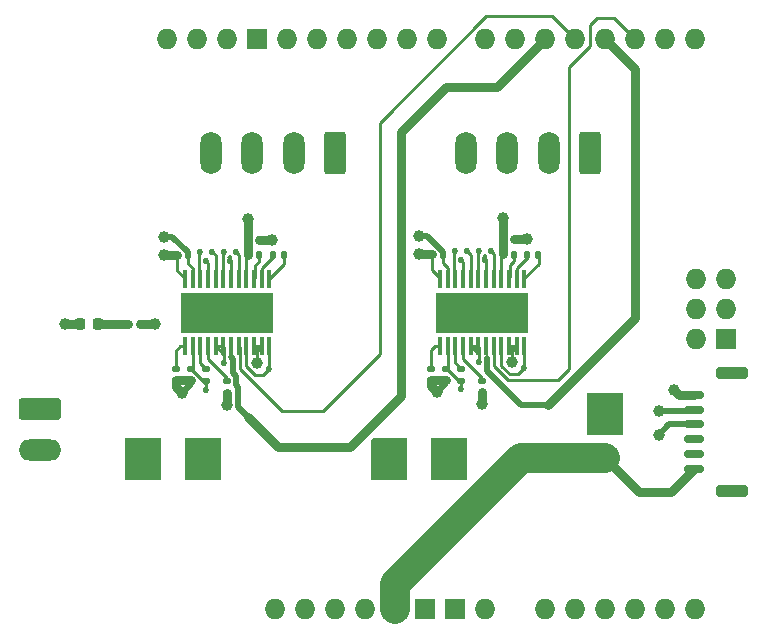
<source format=gbr>
%TF.GenerationSoftware,KiCad,Pcbnew,(7.0.0)*%
%TF.CreationDate,2023-03-01T19:42:45-06:00*%
%TF.ProjectId,TurretCtl,54757272-6574-4437-946c-2e6b69636164,rev?*%
%TF.SameCoordinates,Original*%
%TF.FileFunction,Copper,L1,Top*%
%TF.FilePolarity,Positive*%
%FSLAX46Y46*%
G04 Gerber Fmt 4.6, Leading zero omitted, Abs format (unit mm)*
G04 Created by KiCad (PCBNEW (7.0.0)) date 2023-03-01 19:42:45*
%MOMM*%
%LPD*%
G01*
G04 APERTURE LIST*
G04 Aperture macros list*
%AMRoundRect*
0 Rectangle with rounded corners*
0 $1 Rounding radius*
0 $2 $3 $4 $5 $6 $7 $8 $9 X,Y pos of 4 corners*
0 Add a 4 corners polygon primitive as box body*
4,1,4,$2,$3,$4,$5,$6,$7,$8,$9,$2,$3,0*
0 Add four circle primitives for the rounded corners*
1,1,$1+$1,$2,$3*
1,1,$1+$1,$4,$5*
1,1,$1+$1,$6,$7*
1,1,$1+$1,$8,$9*
0 Add four rect primitives between the rounded corners*
20,1,$1+$1,$2,$3,$4,$5,0*
20,1,$1+$1,$4,$5,$6,$7,0*
20,1,$1+$1,$6,$7,$8,$9,0*
20,1,$1+$1,$8,$9,$2,$3,0*%
G04 Aperture macros list end*
%TA.AperFunction,SMDPad,CuDef*%
%ADD10RoundRect,0.135000X0.185000X-0.135000X0.185000X0.135000X-0.185000X0.135000X-0.185000X-0.135000X0*%
%TD*%
%TA.AperFunction,SMDPad,CuDef*%
%ADD11RoundRect,0.140000X-0.170000X0.140000X-0.170000X-0.140000X0.170000X-0.140000X0.170000X0.140000X0*%
%TD*%
%TA.AperFunction,SMDPad,CuDef*%
%ADD12RoundRect,0.100000X-0.100000X0.687500X-0.100000X-0.687500X0.100000X-0.687500X0.100000X0.687500X0*%
%TD*%
%TA.AperFunction,HeatsinkPad*%
%ADD13R,7.800000X3.400000*%
%TD*%
%TA.AperFunction,ComponentPad*%
%ADD14RoundRect,0.250000X0.650000X1.550000X-0.650000X1.550000X-0.650000X-1.550000X0.650000X-1.550000X0*%
%TD*%
%TA.AperFunction,ComponentPad*%
%ADD15O,1.800000X3.600000*%
%TD*%
%TA.AperFunction,SMDPad,CuDef*%
%ADD16RoundRect,0.140000X-0.140000X-0.170000X0.140000X-0.170000X0.140000X0.170000X-0.140000X0.170000X0*%
%TD*%
%TA.AperFunction,ComponentPad*%
%ADD17C,1.600000*%
%TD*%
%TA.AperFunction,SMDPad,CuDef*%
%ADD18RoundRect,0.150000X0.700000X-0.150000X0.700000X0.150000X-0.700000X0.150000X-0.700000X-0.150000X0*%
%TD*%
%TA.AperFunction,SMDPad,CuDef*%
%ADD19RoundRect,0.250000X1.100000X-0.250000X1.100000X0.250000X-1.100000X0.250000X-1.100000X-0.250000X0*%
%TD*%
%TA.AperFunction,ComponentPad*%
%ADD20RoundRect,0.250000X-1.550000X0.650000X-1.550000X-0.650000X1.550000X-0.650000X1.550000X0.650000X0*%
%TD*%
%TA.AperFunction,ComponentPad*%
%ADD21O,3.600000X1.800000*%
%TD*%
%TA.AperFunction,SMDPad,CuDef*%
%ADD22RoundRect,0.135000X-0.185000X0.135000X-0.185000X-0.135000X0.185000X-0.135000X0.185000X0.135000X0*%
%TD*%
%TA.AperFunction,SMDPad,CuDef*%
%ADD23RoundRect,0.218750X0.218750X0.256250X-0.218750X0.256250X-0.218750X-0.256250X0.218750X-0.256250X0*%
%TD*%
%TA.AperFunction,SMDPad,CuDef*%
%ADD24RoundRect,0.140000X0.140000X0.170000X-0.140000X0.170000X-0.140000X-0.170000X0.140000X-0.170000X0*%
%TD*%
%TA.AperFunction,SMDPad,CuDef*%
%ADD25RoundRect,0.135000X-0.135000X-0.185000X0.135000X-0.185000X0.135000X0.185000X-0.135000X0.185000X0*%
%TD*%
%TA.AperFunction,ComponentPad*%
%ADD26O,1.727200X1.727200*%
%TD*%
%TA.AperFunction,ComponentPad*%
%ADD27R,1.727200X1.727200*%
%TD*%
%TA.AperFunction,ViaPad*%
%ADD28C,1.000000*%
%TD*%
%TA.AperFunction,ViaPad*%
%ADD29C,0.530000*%
%TD*%
%TA.AperFunction,Conductor*%
%ADD30C,0.254000*%
%TD*%
%TA.AperFunction,Conductor*%
%ADD31C,0.508000*%
%TD*%
%TA.AperFunction,Conductor*%
%ADD32C,0.762000*%
%TD*%
%TA.AperFunction,Conductor*%
%ADD33C,2.540000*%
%TD*%
G04 APERTURE END LIST*
D10*
%TO.P,R3,1*%
%TO.N,/Stepper2/DVDD*%
X119888000Y-92456000D03*
%TO.P,R3,2*%
%TO.N,/Stepper2/nFAULT*%
X119888000Y-91436000D03*
%TD*%
D11*
%TO.P,C13,1*%
%TO.N,/Stepper2/DVDD*%
X118618000Y-91468000D03*
%TO.P,C13,2*%
%TO.N,GND*%
X118618000Y-92428000D03*
%TD*%
D12*
%TO.P,U2,1,CPL*%
%TO.N,/Stepper1/CPL*%
X103670000Y-83820000D03*
%TO.P,U2,2,CPH*%
%TO.N,/Stepper1/CPH*%
X103020000Y-83820000D03*
%TO.P,U2,3,VCP*%
%TO.N,/Stepper1/VCP*%
X102370000Y-83820000D03*
%TO.P,U2,4,VM*%
%TO.N,+12V*%
X101720000Y-83820000D03*
%TO.P,U2,5,AOUT1*%
%TO.N,S1_AOUT1*%
X101070000Y-83820000D03*
%TO.P,U2,6,PGND*%
%TO.N,GND*%
X100420000Y-83820000D03*
%TO.P,U2,7,AOUT2*%
%TO.N,S1_AOUT2*%
X99770000Y-83820000D03*
%TO.P,U2,8,BOUT2*%
%TO.N,S1_BOUT2*%
X99120000Y-83820000D03*
%TO.P,U2,9,PGND*%
%TO.N,GND*%
X98470000Y-83820000D03*
%TO.P,U2,10,BOUT1*%
%TO.N,S1_BOUT1*%
X97820000Y-83820000D03*
%TO.P,U2,11,VM*%
%TO.N,+12V*%
X97170000Y-83820000D03*
%TO.P,U2,12,GND*%
%TO.N,GND*%
X96520000Y-83820000D03*
%TO.P,U2,13,AVDD*%
%TO.N,/Stepper1/AVDD*%
X96520000Y-89545000D03*
%TO.P,U2,14,DVDD*%
%TO.N,/Stepper1/DVDD*%
X97170000Y-89545000D03*
%TO.P,U2,15,nFAULT*%
%TO.N,/Stepper1/nFAULT*%
X97820000Y-89545000D03*
%TO.P,U2,16,RREF*%
%TO.N,/Stepper1/RREF*%
X98470000Y-89545000D03*
%TO.P,U2,17,nSLEEP*%
%TO.N,/Stepper1/DVDD*%
X99120000Y-89545000D03*
%TO.P,U2,18,ENABLE*%
X99770000Y-89545000D03*
%TO.P,U2,19,STEP*%
%TO.N,S1_STEP*%
X100420000Y-89545000D03*
%TO.P,U2,20,DIR*%
%TO.N,S1_DIR*%
X101070000Y-89545000D03*
%TO.P,U2,21,M0*%
%TO.N,/Stepper1/DVDD*%
X101720000Y-89545000D03*
%TO.P,U2,22,M1*%
%TO.N,GND*%
X102370000Y-89545000D03*
%TO.P,U2,23,TRQ*%
X103020000Y-89545000D03*
%TO.P,U2,24,DECAY*%
%TO.N,/Stepper1/DVDD*%
X103670000Y-89545000D03*
D13*
%TO.P,U2,25*%
%TO.N,GND*%
X100094999Y-86682499D03*
%TD*%
D14*
%TO.P,J3,1,Pin_1*%
%TO.N,S2_AOUT1*%
X130810000Y-73152000D03*
D15*
%TO.P,J3,2,Pin_2*%
%TO.N,S2_AOUT2*%
X127309999Y-73151999D03*
%TO.P,J3,3,Pin_3*%
%TO.N,S2_BOUT2*%
X123809999Y-73151999D03*
%TO.P,J3,4,Pin_4*%
%TO.N,S2_BOUT1*%
X120309999Y-73151999D03*
%TD*%
D16*
%TO.P,C6,1*%
%TO.N,+12V*%
X101854000Y-80518000D03*
%TO.P,C6,2*%
%TO.N,GND*%
X102814000Y-80518000D03*
%TD*%
D17*
%TO.P,C7,1*%
%TO.N,+12V*%
X113872000Y-99060000D03*
%TO.P,C7,2*%
%TO.N,GND*%
X118872000Y-99060000D03*
%TD*%
D11*
%TO.P,C14,1*%
%TO.N,/Stepper2/AVDD*%
X117348000Y-91440000D03*
%TO.P,C14,2*%
%TO.N,GND*%
X117348000Y-92400000D03*
%TD*%
D10*
%TO.P,R2,1*%
%TO.N,/Stepper1/DVDD*%
X98298000Y-92460000D03*
%TO.P,R2,2*%
%TO.N,/Stepper1/nFAULT*%
X98298000Y-91440000D03*
%TD*%
D16*
%TO.P,C1,1*%
%TO.N,/Stepper2/CPH*%
X125476000Y-81788000D03*
%TO.P,C1,2*%
%TO.N,/Stepper2/CPL*%
X126436000Y-81788000D03*
%TD*%
%TO.P,C3,1*%
%TO.N,/Stepper1/CPH*%
X103942000Y-81788000D03*
%TO.P,C3,2*%
%TO.N,/Stepper1/CPL*%
X104902000Y-81788000D03*
%TD*%
D17*
%TO.P,C12,1*%
%TO.N,+12V*%
X93020000Y-99060000D03*
%TO.P,C12,2*%
%TO.N,GND*%
X98020000Y-99060000D03*
%TD*%
D16*
%TO.P,C11,1*%
%TO.N,+12V*%
X123472000Y-80518000D03*
%TO.P,C11,2*%
%TO.N,GND*%
X124432000Y-80518000D03*
%TD*%
D18*
%TO.P,J1,1,Pin_1*%
%TO.N,+5V*%
X139628000Y-99899000D03*
%TO.P,J1,2,Pin_2*%
%TO.N,unconnected-(J1-Pin_2-Pad2)*%
X139628000Y-98649000D03*
%TO.P,J1,3,Pin_3*%
%TO.N,unconnected-(J1-Pin_3-Pad3)*%
X139628000Y-97399000D03*
%TO.P,J1,4,Pin_4*%
%TO.N,SCL*%
X139628000Y-96149000D03*
%TO.P,J1,5,Pin_5*%
%TO.N,SDA*%
X139628000Y-94899000D03*
%TO.P,J1,6,Pin_6*%
%TO.N,GND*%
X139628000Y-93649000D03*
D19*
%TO.P,J1,MP*%
%TO.N,N/C*%
X142828000Y-101749000D03*
X142828000Y-91799000D03*
%TD*%
D20*
%TO.P,J4,1,Pin_1*%
%TO.N,GND*%
X84212500Y-94825000D03*
D21*
%TO.P,J4,2,Pin_2*%
%TO.N,+12V*%
X84212499Y-98324999D03*
%TD*%
D12*
%TO.P,U1,1,CPL*%
%TO.N,/Stepper2/CPL*%
X125260000Y-83820000D03*
%TO.P,U1,2,CPH*%
%TO.N,/Stepper2/CPH*%
X124610000Y-83820000D03*
%TO.P,U1,3,VCP*%
%TO.N,/Stepper2/VCP*%
X123960000Y-83820000D03*
%TO.P,U1,4,VM*%
%TO.N,+12V*%
X123310000Y-83820000D03*
%TO.P,U1,5,AOUT1*%
%TO.N,S2_AOUT1*%
X122660000Y-83820000D03*
%TO.P,U1,6,PGND*%
%TO.N,GND*%
X122010000Y-83820000D03*
%TO.P,U1,7,AOUT2*%
%TO.N,S2_AOUT2*%
X121360000Y-83820000D03*
%TO.P,U1,8,BOUT2*%
%TO.N,S2_BOUT2*%
X120710000Y-83820000D03*
%TO.P,U1,9,PGND*%
%TO.N,GND*%
X120060000Y-83820000D03*
%TO.P,U1,10,BOUT1*%
%TO.N,S2_BOUT1*%
X119410000Y-83820000D03*
%TO.P,U1,11,VM*%
%TO.N,+12V*%
X118760000Y-83820000D03*
%TO.P,U1,12,GND*%
%TO.N,GND*%
X118110000Y-83820000D03*
%TO.P,U1,13,AVDD*%
%TO.N,/Stepper2/AVDD*%
X118110000Y-89545000D03*
%TO.P,U1,14,DVDD*%
%TO.N,/Stepper2/DVDD*%
X118760000Y-89545000D03*
%TO.P,U1,15,nFAULT*%
%TO.N,/Stepper2/nFAULT*%
X119410000Y-89545000D03*
%TO.P,U1,16,RREF*%
%TO.N,/Stepper2/RREF*%
X120060000Y-89545000D03*
%TO.P,U1,17,nSLEEP*%
%TO.N,/Stepper2/DVDD*%
X120710000Y-89545000D03*
%TO.P,U1,18,ENABLE*%
X121360000Y-89545000D03*
%TO.P,U1,19,STEP*%
%TO.N,S2_STEP*%
X122010000Y-89545000D03*
%TO.P,U1,20,DIR*%
%TO.N,S2_DIR*%
X122660000Y-89545000D03*
%TO.P,U1,21,M0*%
%TO.N,/Stepper2/DVDD*%
X123310000Y-89545000D03*
%TO.P,U1,22,M1*%
%TO.N,GND*%
X123960000Y-89545000D03*
%TO.P,U1,23,TRQ*%
X124610000Y-89545000D03*
%TO.P,U1,24,DECAY*%
%TO.N,/Stepper2/DVDD*%
X125260000Y-89545000D03*
D13*
%TO.P,U1,25*%
%TO.N,GND*%
X121684999Y-86682499D03*
%TD*%
D22*
%TO.P,R4,1*%
%TO.N,/Stepper2/RREF*%
X121666000Y-92454000D03*
%TO.P,R4,2*%
%TO.N,GND*%
X121666000Y-93474000D03*
%TD*%
D16*
%TO.P,C4,1*%
%TO.N,+12V*%
X101854000Y-81788000D03*
%TO.P,C4,2*%
%TO.N,/Stepper1/VCP*%
X102814000Y-81788000D03*
%TD*%
D23*
%TO.P,D1,1,K*%
%TO.N,Net-(D1-K)*%
X89205000Y-87630000D03*
%TO.P,D1,2,A*%
%TO.N,+12V*%
X87630000Y-87630000D03*
%TD*%
D24*
%TO.P,C10,1*%
%TO.N,+12V*%
X118364000Y-81788000D03*
%TO.P,C10,2*%
%TO.N,GND*%
X117404000Y-81788000D03*
%TD*%
D11*
%TO.P,C8,1*%
%TO.N,/Stepper1/DVDD*%
X97028000Y-91440000D03*
%TO.P,C8,2*%
%TO.N,GND*%
X97028000Y-92400000D03*
%TD*%
D25*
%TO.P,R5,1*%
%TO.N,Net-(D1-K)*%
X91690000Y-87630000D03*
%TO.P,R5,2*%
%TO.N,GND*%
X92710000Y-87630000D03*
%TD*%
D22*
%TO.P,R1,1*%
%TO.N,/Stepper1/RREF*%
X100076000Y-92456000D03*
%TO.P,R1,2*%
%TO.N,GND*%
X100076000Y-93476000D03*
%TD*%
D17*
%TO.P,C15,1*%
%TO.N,+5V*%
X132080000Y-98980000D03*
%TO.P,C15,2*%
%TO.N,GND*%
X132080000Y-95480000D03*
%TD*%
D24*
%TO.P,C5,1*%
%TO.N,+12V*%
X96774000Y-81788000D03*
%TO.P,C5,2*%
%TO.N,GND*%
X95814000Y-81788000D03*
%TD*%
D14*
%TO.P,J2,1,Pin_1*%
%TO.N,S1_AOUT1*%
X109220000Y-73152000D03*
D15*
%TO.P,J2,2,Pin_2*%
%TO.N,S1_AOUT2*%
X105719999Y-73151999D03*
%TO.P,J2,3,Pin_3*%
%TO.N,S1_BOUT2*%
X102219999Y-73151999D03*
%TO.P,J2,4,Pin_4*%
%TO.N,S1_BOUT1*%
X98719999Y-73151999D03*
%TD*%
D16*
%TO.P,C2,1*%
%TO.N,+12V*%
X123444000Y-81788000D03*
%TO.P,C2,2*%
%TO.N,/Stepper2/VCP*%
X124404000Y-81788000D03*
%TD*%
D26*
%TO.P,XA1,*%
%TO.N,*%
X104139999Y-111759999D03*
%TO.P,XA1,3V3,3.3V*%
%TO.N,unconnected-(XA1-3.3V-Pad3V3)*%
X111759999Y-111759999D03*
%TO.P,XA1,5V1,5V*%
%TO.N,+5V*%
X114299999Y-111759999D03*
%TO.P,XA1,5V2,SPI_5V*%
%TO.N,unconnected-(XA1-SPI_5V-Pad5V2)*%
X142366999Y-83819999D03*
%TO.P,XA1,A0,A0*%
%TO.N,unconnected-(XA1-PadA0)*%
X126999999Y-111759999D03*
%TO.P,XA1,A1,A1*%
%TO.N,unconnected-(XA1-PadA1)*%
X129539999Y-111759999D03*
%TO.P,XA1,A2,A2*%
%TO.N,unconnected-(XA1-PadA2)*%
X132079999Y-111759999D03*
%TO.P,XA1,A3,A3*%
%TO.N,unconnected-(XA1-PadA3)*%
X134619999Y-111759999D03*
%TO.P,XA1,A4,A4*%
%TO.N,unconnected-(XA1-PadA4)*%
X137159999Y-111759999D03*
%TO.P,XA1,A5,A5*%
%TO.N,unconnected-(XA1-PadA5)*%
X139699999Y-111759999D03*
%TO.P,XA1,AREF,AREF*%
%TO.N,unconnected-(XA1-PadAREF)*%
X100075999Y-63499999D03*
%TO.P,XA1,D0,D0_RX0*%
%TO.N,unconnected-(XA1-D0_RX0-PadD0)*%
X139699999Y-63499999D03*
%TO.P,XA1,D1,D1_TX0*%
%TO.N,unconnected-(XA1-D1_TX0-PadD1)*%
X137159999Y-63499999D03*
%TO.P,XA1,D2,D2_INT0*%
%TO.N,S2_DIR*%
X134619999Y-63499999D03*
%TO.P,XA1,D3,D3_INT1*%
%TO.N,S2_STEP*%
X132079999Y-63499999D03*
%TO.P,XA1,D4,D4*%
%TO.N,S1_DIR*%
X129539999Y-63499999D03*
%TO.P,XA1,D5,D5*%
%TO.N,S1_STEP*%
X126999999Y-63499999D03*
%TO.P,XA1,D6,D6*%
%TO.N,unconnected-(XA1-PadD6)*%
X124459999Y-63499999D03*
%TO.P,XA1,D7,D7*%
%TO.N,unconnected-(XA1-PadD7)*%
X121919999Y-63499999D03*
%TO.P,XA1,D8,D8*%
%TO.N,unconnected-(XA1-PadD8)*%
X117855999Y-63499999D03*
%TO.P,XA1,D9,D9*%
%TO.N,unconnected-(XA1-PadD9)*%
X115315999Y-63499999D03*
%TO.P,XA1,D10,D10_CS*%
%TO.N,unconnected-(XA1-D10_CS-PadD10)*%
X112775999Y-63499999D03*
%TO.P,XA1,D11,D11*%
%TO.N,unconnected-(XA1-PadD11)*%
X110235999Y-63499999D03*
%TO.P,XA1,D12,D12*%
%TO.N,unconnected-(XA1-PadD12)*%
X107695999Y-63499999D03*
%TO.P,XA1,D13,D13*%
%TO.N,unconnected-(XA1-PadD13)*%
X105155999Y-63499999D03*
D27*
%TO.P,XA1,GND1,GND*%
%TO.N,GND*%
X102615999Y-63499999D03*
%TO.P,XA1,GND2,GND*%
X116839999Y-111759999D03*
%TO.P,XA1,GND3,GND*%
X119379999Y-111759999D03*
%TO.P,XA1,GND4,SPI_GND*%
%TO.N,unconnected-(XA1-SPI_GND-PadGND4)*%
X142366999Y-88899999D03*
D26*
%TO.P,XA1,IORF,IOREF*%
%TO.N,unconnected-(XA1-IOREF-PadIORF)*%
X106679999Y-111759999D03*
%TO.P,XA1,MISO,SPI_MISO*%
%TO.N,unconnected-(XA1-SPI_MISO-PadMISO)*%
X139826999Y-83819999D03*
%TO.P,XA1,MOSI,SPI_MOSI*%
%TO.N,unconnected-(XA1-SPI_MOSI-PadMOSI)*%
X142366999Y-86359999D03*
%TO.P,XA1,RST1,RESET*%
%TO.N,unconnected-(XA1-RESET-PadRST1)*%
X109219999Y-111759999D03*
%TO.P,XA1,RST2,SPI_RESET*%
%TO.N,unconnected-(XA1-SPI_RESET-PadRST2)*%
X139826999Y-88899999D03*
%TO.P,XA1,SCK,SPI_SCK*%
%TO.N,unconnected-(XA1-SPI_SCK-PadSCK)*%
X139826999Y-86359999D03*
%TO.P,XA1,SCL,SCL*%
%TO.N,SCL*%
X94995999Y-63499999D03*
%TO.P,XA1,SDA,SDA*%
%TO.N,SDA*%
X97535999Y-63499999D03*
%TO.P,XA1,VIN,VIN*%
%TO.N,+12V*%
X121919999Y-111759999D03*
%TD*%
D11*
%TO.P,C9,1*%
%TO.N,/Stepper1/AVDD*%
X95758000Y-91440000D03*
%TO.P,C9,2*%
%TO.N,GND*%
X95758000Y-92400000D03*
%TD*%
D28*
%TO.N,+12V*%
X112776000Y-97790000D03*
X112776000Y-100330000D03*
X114808000Y-100330000D03*
X91948000Y-100330000D03*
X101854000Y-78740000D03*
X91948000Y-97790000D03*
X93980000Y-100330000D03*
X123444000Y-78702000D03*
X94742000Y-80264000D03*
X114808000Y-97790000D03*
X86360000Y-87630000D03*
X93980000Y-97790000D03*
X116332000Y-80226000D03*
D29*
%TO.N,GND*%
X119888000Y-82258000D03*
D28*
X124460000Y-87376000D03*
X119888000Y-100330000D03*
X102870000Y-87376000D03*
X125476000Y-80480000D03*
X117856000Y-93434000D03*
X133096000Y-96520000D03*
X96266000Y-93472000D03*
X121666000Y-94450000D03*
X94742000Y-81788000D03*
X117856000Y-100330000D03*
X124460000Y-85852000D03*
X97282000Y-87376000D03*
X102616000Y-90932000D03*
X116332000Y-81750000D03*
X137922000Y-93218000D03*
D29*
X100330000Y-82296000D03*
D28*
X103886000Y-80518000D03*
X93980000Y-87630000D03*
X100076000Y-94488000D03*
X131064000Y-93980000D03*
X97028000Y-100330000D03*
X133096000Y-93980000D03*
X119888000Y-97790000D03*
X118872000Y-85852000D03*
X117856000Y-97790000D03*
X99060000Y-100330000D03*
X124206000Y-90894000D03*
X131064000Y-96520000D03*
X102870000Y-85852000D03*
X99060000Y-97790000D03*
D29*
X98298000Y-82296000D03*
D28*
X118872000Y-87376000D03*
X97282000Y-85852000D03*
X97028000Y-97790000D03*
D29*
X121920000Y-82258000D03*
%TO.N,/Stepper1/DVDD*%
X99822000Y-90932000D03*
X103632000Y-91440000D03*
X98298000Y-93218000D03*
%TO.N,/Stepper2/DVDD*%
X125222000Y-91402000D03*
X121412000Y-90894000D03*
X119888000Y-93180000D03*
D28*
%TO.N,SCL*%
X136652000Y-97028000D03*
%TO.N,SDA*%
X136652000Y-94996000D03*
D29*
%TO.N,S1_AOUT1*%
X100838000Y-81534000D03*
%TO.N,S1_AOUT2*%
X99822000Y-81534000D03*
%TO.N,S1_BOUT2*%
X98806000Y-81534000D03*
%TO.N,S1_BOUT1*%
X97790000Y-81534000D03*
%TO.N,S2_AOUT1*%
X122428000Y-81496000D03*
%TO.N,S2_AOUT2*%
X121412000Y-81496000D03*
%TO.N,S2_BOUT2*%
X120396000Y-81496000D03*
%TO.N,S2_BOUT1*%
X119380000Y-81496000D03*
%TD*%
D30*
%TO.N,/Stepper2/CPH*%
X124610000Y-82870000D02*
X125532000Y-81948000D01*
X124610000Y-83782000D02*
X124610000Y-82870000D01*
X125532000Y-81948000D02*
X125532000Y-81750000D01*
%TO.N,/Stepper2/CPL*%
X126492000Y-82550000D02*
X126492000Y-81750000D01*
X125260000Y-83782000D02*
X126492000Y-82550000D01*
D31*
%TO.N,+12V*%
X96774000Y-81567132D02*
X95470868Y-80264000D01*
D30*
X123310000Y-83782000D02*
X123310000Y-81884000D01*
D31*
X118364000Y-81529132D02*
X117060868Y-80226000D01*
D30*
X118364000Y-82512000D02*
X118364000Y-81750000D01*
X101720000Y-83820000D02*
X101720000Y-81922000D01*
D32*
X101854000Y-80518000D02*
X101854000Y-78740000D01*
X123444000Y-80480000D02*
X123444000Y-78702000D01*
X87630000Y-87630000D02*
X86360000Y-87630000D01*
D31*
X118364000Y-81750000D02*
X118364000Y-81529132D01*
D30*
X118760000Y-83782000D02*
X118760000Y-82908000D01*
D32*
X101854000Y-81788000D02*
X101854000Y-80518000D01*
D30*
X101720000Y-81922000D02*
X101854000Y-81788000D01*
X123310000Y-81884000D02*
X123444000Y-81750000D01*
D31*
X96774000Y-81788000D02*
X96774000Y-81567132D01*
D30*
X97170000Y-82946000D02*
X96774000Y-82550000D01*
D31*
X95470868Y-80264000D02*
X94742000Y-80264000D01*
X117060868Y-80226000D02*
X116332000Y-80226000D01*
D32*
X123444000Y-81750000D02*
X123444000Y-80480000D01*
D30*
X118760000Y-82908000D02*
X118364000Y-82512000D01*
X97170000Y-83820000D02*
X97170000Y-82946000D01*
X96774000Y-82550000D02*
X96774000Y-81788000D01*
%TO.N,/Stepper2/VCP*%
X123960000Y-83782000D02*
X124051000Y-83691000D01*
X124051000Y-83691000D02*
X124051000Y-82667000D01*
X124051000Y-82667000D02*
X124404000Y-82314000D01*
X124404000Y-82314000D02*
X124404000Y-81750000D01*
%TO.N,/Stepper1/CPH*%
X103020000Y-83820000D02*
X103020000Y-82908000D01*
X103942000Y-81986000D02*
X103942000Y-81788000D01*
X103020000Y-82908000D02*
X103942000Y-81986000D01*
%TO.N,/Stepper1/CPL*%
X103670000Y-83820000D02*
X104902000Y-82588000D01*
X104902000Y-82588000D02*
X104902000Y-81788000D01*
%TO.N,/Stepper1/VCP*%
X102370000Y-83820000D02*
X102461000Y-83729000D01*
X102461000Y-82705000D02*
X102814000Y-82352000D01*
X102461000Y-83729000D02*
X102461000Y-82705000D01*
X102814000Y-82352000D02*
X102814000Y-81788000D01*
%TO.N,GND*%
X102616000Y-90932000D02*
X102616000Y-89949000D01*
D32*
X117348000Y-92362000D02*
X117348000Y-92926000D01*
X100076000Y-93476000D02*
X100076000Y-94488000D01*
D30*
X102370000Y-89545000D02*
X103020000Y-89545000D01*
X102616000Y-89949000D02*
X103020000Y-89545000D01*
X124206000Y-90894000D02*
X124206000Y-89911000D01*
D32*
X96997174Y-92400000D02*
X97012587Y-92415413D01*
X139628000Y-93649000D02*
X138353000Y-93649000D01*
X121666000Y-93438000D02*
X121666000Y-94450000D01*
D30*
X100420000Y-82386000D02*
X100330000Y-82296000D01*
D31*
X118618000Y-92362000D02*
X118618000Y-92672000D01*
D30*
X120060000Y-83782000D02*
X120060000Y-82430000D01*
X118110000Y-83782000D02*
X117404000Y-83076000D01*
D32*
X92710000Y-87630000D02*
X93980000Y-87630000D01*
D30*
X100330000Y-81863215D02*
X100192000Y-82001215D01*
X102616000Y-90932000D02*
X102616000Y-89791000D01*
D32*
X95758000Y-92400000D02*
X95758000Y-92964000D01*
X95758000Y-92400000D02*
X96997174Y-92400000D01*
D30*
X98470000Y-82468000D02*
X98298000Y-82296000D01*
X124206000Y-89753000D02*
X123960000Y-89507000D01*
X117404000Y-83076000D02*
X117404000Y-81750000D01*
X120060000Y-82430000D02*
X119888000Y-82258000D01*
X122010000Y-82348000D02*
X121920000Y-82258000D01*
D32*
X103886000Y-80518000D02*
X102816000Y-80518000D01*
D31*
X97028000Y-92400000D02*
X97028000Y-92710000D01*
D30*
X100330000Y-82296000D02*
X100330000Y-81863215D01*
D31*
X118618000Y-92672000D02*
X117856000Y-93434000D01*
D32*
X125476000Y-80480000D02*
X124406000Y-80480000D01*
X138353000Y-93649000D02*
X137922000Y-93218000D01*
D30*
X98470000Y-83820000D02*
X98470000Y-82468000D01*
X100420000Y-83820000D02*
X100420000Y-82386000D01*
X96520000Y-83820000D02*
X95814000Y-83114000D01*
D32*
X117348000Y-92362000D02*
X118587174Y-92362000D01*
D30*
X121920000Y-81825215D02*
X121782000Y-81963215D01*
D32*
X118587174Y-92362000D02*
X118602587Y-92377413D01*
D30*
X124206000Y-89911000D02*
X124610000Y-89507000D01*
X123960000Y-89507000D02*
X124610000Y-89507000D01*
D32*
X95758000Y-92964000D02*
X96266000Y-93472000D01*
D30*
X102616000Y-89791000D02*
X102370000Y-89545000D01*
D32*
X94742000Y-81788000D02*
X95814000Y-81788000D01*
D30*
X124206000Y-90894000D02*
X124206000Y-89753000D01*
D31*
X97028000Y-92710000D02*
X96266000Y-93472000D01*
D30*
X122010000Y-83782000D02*
X122010000Y-82348000D01*
X95814000Y-83114000D02*
X95814000Y-81788000D01*
X121920000Y-82258000D02*
X121920000Y-81825215D01*
D32*
X117348000Y-92926000D02*
X117856000Y-93434000D01*
X116332000Y-81750000D02*
X117404000Y-81750000D01*
D30*
%TO.N,/Stepper1/DVDD*%
X99120000Y-89545000D02*
X99770000Y-89545000D01*
X99822000Y-90932000D02*
X99822000Y-90247000D01*
X101720000Y-91205555D02*
X102462445Y-91948000D01*
X97170000Y-89545000D02*
X97170000Y-91298000D01*
X102462445Y-91948000D02*
X103124000Y-91948000D01*
X103632000Y-91440000D02*
X103632000Y-89583000D01*
X97170000Y-91298000D02*
X97028000Y-91440000D01*
X99822000Y-90247000D02*
X99120000Y-89545000D01*
X98298000Y-93218000D02*
X98298000Y-92699562D01*
X98298000Y-92699562D02*
X97038438Y-91440000D01*
X98298000Y-92460000D02*
X98298000Y-93218000D01*
X103632000Y-89583000D02*
X103670000Y-89545000D01*
X97038438Y-91440000D02*
X97028000Y-91440000D01*
X101720000Y-89545000D02*
X101720000Y-91205555D01*
X103124000Y-91948000D02*
X103632000Y-91440000D01*
X99822000Y-90932000D02*
X99822000Y-89597000D01*
X99822000Y-89597000D02*
X99770000Y-89545000D01*
%TO.N,/Stepper1/AVDD*%
X96520000Y-89545000D02*
X96129000Y-89545000D01*
X95758000Y-89916000D02*
X95758000Y-91440000D01*
X96129000Y-89545000D02*
X95758000Y-89916000D01*
%TO.N,/Stepper2/DVDD*%
X119888000Y-92661562D02*
X118628438Y-91402000D01*
X124714000Y-91910000D02*
X125222000Y-91402000D01*
X125222000Y-89545000D02*
X125260000Y-89507000D01*
X121412000Y-90209000D02*
X120710000Y-89507000D01*
X123310000Y-89507000D02*
X123310000Y-91167555D01*
X121412000Y-90894000D02*
X121412000Y-89559000D01*
X125222000Y-91402000D02*
X125222000Y-89545000D01*
X124052445Y-91910000D02*
X124714000Y-91910000D01*
X120710000Y-89507000D02*
X121360000Y-89507000D01*
X118760000Y-89507000D02*
X118760000Y-91260000D01*
X123310000Y-91167555D02*
X124052445Y-91910000D01*
X121412000Y-90894000D02*
X121412000Y-90209000D01*
X119888000Y-93180000D02*
X119888000Y-92661562D01*
X121412000Y-89559000D02*
X121360000Y-89507000D01*
X118628438Y-91402000D02*
X118618000Y-91402000D01*
X119888000Y-92422000D02*
X119888000Y-93180000D01*
X118760000Y-91260000D02*
X118618000Y-91402000D01*
%TO.N,/Stepper2/AVDD*%
X117719000Y-89507000D02*
X117348000Y-89878000D01*
X118110000Y-89507000D02*
X117719000Y-89507000D01*
X117348000Y-89878000D02*
X117348000Y-91402000D01*
D33*
%TO.N,+5V*%
X114300000Y-111760000D02*
X114300000Y-109632800D01*
X114300000Y-109632800D02*
X124952800Y-98980000D01*
X124952800Y-98980000D02*
X132080000Y-98980000D01*
D32*
X137673000Y-101854000D02*
X139628000Y-99899000D01*
X134954000Y-101854000D02*
X137673000Y-101854000D01*
X132080000Y-98980000D02*
X134954000Y-101854000D01*
D31*
%TO.N,SCL*%
X137531000Y-96149000D02*
X139628000Y-96149000D01*
X136652000Y-97028000D02*
X137531000Y-96149000D01*
%TO.N,SDA*%
X139531000Y-94996000D02*
X139628000Y-94899000D01*
X136652000Y-94996000D02*
X139531000Y-94996000D01*
D30*
%TO.N,S1_AOUT1*%
X101070000Y-81766000D02*
X100838000Y-81534000D01*
X101070000Y-83820000D02*
X101070000Y-81766000D01*
%TO.N,S1_AOUT2*%
X99738000Y-81618000D02*
X99822000Y-81534000D01*
X99770000Y-83820000D02*
X99738000Y-83788000D01*
X99738000Y-83788000D02*
X99738000Y-81618000D01*
%TO.N,S1_BOUT2*%
X99120000Y-81848000D02*
X98806000Y-81534000D01*
X99120000Y-83820000D02*
X99120000Y-81848000D01*
%TO.N,S1_BOUT1*%
X97820000Y-83820000D02*
X97706000Y-83706000D01*
X97706000Y-83706000D02*
X97706000Y-81618000D01*
X97706000Y-81618000D02*
X97790000Y-81534000D01*
%TO.N,S2_AOUT1*%
X122660000Y-83782000D02*
X122660000Y-81728000D01*
X122660000Y-81728000D02*
X122428000Y-81496000D01*
%TO.N,S2_AOUT2*%
X121328000Y-81580000D02*
X121412000Y-81496000D01*
X121328000Y-83750000D02*
X121328000Y-81580000D01*
X121360000Y-83782000D02*
X121328000Y-83750000D01*
%TO.N,S2_BOUT2*%
X120710000Y-83782000D02*
X120710000Y-81810000D01*
X120710000Y-81810000D02*
X120396000Y-81496000D01*
%TO.N,S2_BOUT1*%
X119296000Y-83668000D02*
X119296000Y-81580000D01*
X119296000Y-81580000D02*
X119380000Y-81496000D01*
X119410000Y-83782000D02*
X119296000Y-83668000D01*
%TO.N,/Stepper1/RREF*%
X98470000Y-89545000D02*
X98470000Y-90638633D01*
X100076000Y-92244633D02*
X100076000Y-92456000D01*
X98470000Y-90638633D02*
X100076000Y-92244633D01*
%TO.N,/Stepper1/nFAULT*%
X97820000Y-90962000D02*
X98298000Y-91440000D01*
X97820000Y-89545000D02*
X97820000Y-90962000D01*
%TO.N,/Stepper2/nFAULT*%
X119410000Y-89507000D02*
X119410000Y-90924000D01*
X119410000Y-90924000D02*
X119888000Y-91402000D01*
%TO.N,/Stepper2/RREF*%
X121666000Y-92206633D02*
X121666000Y-92418000D01*
X120060000Y-90600633D02*
X121666000Y-92206633D01*
X120060000Y-89507000D02*
X120060000Y-90600633D01*
D31*
%TO.N,S2_STEP*%
X122131000Y-91651000D02*
X122131000Y-90586974D01*
X124968000Y-94488000D02*
X122131000Y-91651000D01*
D32*
X134620000Y-66040000D02*
X134620000Y-83058000D01*
X134620000Y-83058000D02*
X134620000Y-87122000D01*
X134620000Y-87122000D02*
X127254000Y-94488000D01*
D31*
X127254000Y-94488000D02*
X124968000Y-94488000D01*
X122131000Y-90586974D02*
X122106000Y-90561974D01*
D32*
X132080000Y-63500000D02*
X134620000Y-66040000D01*
D30*
%TO.N,S2_DIR*%
X132842000Y-61722000D02*
X131445000Y-61722000D01*
X129032000Y-91440000D02*
X128108000Y-92364000D01*
X122712000Y-91211608D02*
X122712000Y-89597000D01*
X129032000Y-65850563D02*
X129032000Y-91440000D01*
X130810000Y-62357000D02*
X130810000Y-64072563D01*
X123864392Y-92364000D02*
X122712000Y-91211608D01*
X130810000Y-64072563D02*
X129032000Y-65850563D01*
X131445000Y-61722000D02*
X130810000Y-62357000D01*
X128108000Y-92364000D02*
X123864392Y-92364000D01*
X134620000Y-63500000D02*
X132842000Y-61722000D01*
X122712000Y-89597000D02*
X122660000Y-89545000D01*
D31*
%TO.N,S1_STEP*%
X101854000Y-95504000D02*
X101030000Y-94680000D01*
D32*
X122936000Y-67564000D02*
X118618000Y-67564000D01*
X114808000Y-71374000D02*
X114808000Y-93726000D01*
D31*
X101030000Y-94680000D02*
X101030000Y-93014972D01*
D32*
X104394000Y-98044000D02*
X101854000Y-95504000D01*
X110490000Y-98044000D02*
X104394000Y-98044000D01*
D31*
X100850000Y-92077028D02*
X100584000Y-91811028D01*
D32*
X118618000Y-67564000D02*
X114808000Y-71374000D01*
D31*
X100584000Y-90629974D02*
X100416000Y-90461974D01*
D32*
X127000000Y-63500000D02*
X122936000Y-67564000D01*
D31*
X100850000Y-92834972D02*
X100850000Y-92077028D01*
D32*
X114808000Y-93726000D02*
X110490000Y-98044000D01*
D31*
X101030000Y-93014972D02*
X100850000Y-92834972D01*
X100584000Y-91811028D02*
X100584000Y-90629974D01*
D30*
%TO.N,S1_DIR*%
X113030000Y-90170000D02*
X108204000Y-94996000D01*
X127635000Y-61595000D02*
X122047000Y-61595000D01*
X101165000Y-91440000D02*
X101165000Y-89640000D01*
X129540000Y-63500000D02*
X127635000Y-61595000D01*
X108204000Y-94996000D02*
X104721000Y-94996000D01*
X113030000Y-70612000D02*
X113030000Y-90170000D01*
X104721000Y-94996000D02*
X101165000Y-91440000D01*
X101165000Y-89640000D02*
X101070000Y-89545000D01*
X122047000Y-61595000D02*
X113030000Y-70612000D01*
D32*
%TO.N,Net-(D1-K)*%
X89205000Y-87630000D02*
X91690000Y-87630000D01*
%TD*%
%TA.AperFunction,Conductor*%
%TO.N,+12V*%
G36*
X94426000Y-97298613D02*
G01*
X94471387Y-97344000D01*
X94488000Y-97406000D01*
X94488000Y-100714000D01*
X94471387Y-100776000D01*
X94426000Y-100821387D01*
X94364000Y-100838000D01*
X91564000Y-100838000D01*
X91502000Y-100821387D01*
X91456613Y-100776000D01*
X91440000Y-100714000D01*
X91440000Y-97406000D01*
X91456613Y-97344000D01*
X91502000Y-97298613D01*
X91564000Y-97282000D01*
X94364000Y-97282000D01*
X94426000Y-97298613D01*
G37*
%TD.AperFunction*%
%TD*%
%TA.AperFunction,Conductor*%
%TO.N,GND*%
G36*
X133542000Y-93488613D02*
G01*
X133587387Y-93534000D01*
X133604000Y-93596000D01*
X133604000Y-96904000D01*
X133587387Y-96966000D01*
X133542000Y-97011387D01*
X133480000Y-97028000D01*
X130680000Y-97028000D01*
X130618000Y-97011387D01*
X130572613Y-96966000D01*
X130556000Y-96904000D01*
X130556000Y-93596000D01*
X130572613Y-93534000D01*
X130618000Y-93488613D01*
X130680000Y-93472000D01*
X133480000Y-93472000D01*
X133542000Y-93488613D01*
G37*
%TD.AperFunction*%
%TD*%
%TA.AperFunction,Conductor*%
%TO.N,GND*%
G36*
X99506000Y-97298613D02*
G01*
X99551387Y-97344000D01*
X99568000Y-97406000D01*
X99568000Y-100714000D01*
X99551387Y-100776000D01*
X99506000Y-100821387D01*
X99444000Y-100838000D01*
X96644000Y-100838000D01*
X96582000Y-100821387D01*
X96536613Y-100776000D01*
X96520000Y-100714000D01*
X96520000Y-97406000D01*
X96536613Y-97344000D01*
X96582000Y-97298613D01*
X96644000Y-97282000D01*
X99444000Y-97282000D01*
X99506000Y-97298613D01*
G37*
%TD.AperFunction*%
%TD*%
%TA.AperFunction,Conductor*%
%TO.N,GND*%
G36*
X120334000Y-97298613D02*
G01*
X120379387Y-97344000D01*
X120396000Y-97406000D01*
X120396000Y-100714000D01*
X120379387Y-100776000D01*
X120334000Y-100821387D01*
X120272000Y-100838000D01*
X117472000Y-100838000D01*
X117410000Y-100821387D01*
X117364613Y-100776000D01*
X117348000Y-100714000D01*
X117348000Y-97406000D01*
X117364613Y-97344000D01*
X117410000Y-97298613D01*
X117472000Y-97282000D01*
X120272000Y-97282000D01*
X120334000Y-97298613D01*
G37*
%TD.AperFunction*%
%TD*%
%TA.AperFunction,Conductor*%
%TO.N,+12V*%
G36*
X115254000Y-97298613D02*
G01*
X115299387Y-97344000D01*
X115316000Y-97406000D01*
X115316000Y-100714000D01*
X115299387Y-100776000D01*
X115254000Y-100821387D01*
X115192000Y-100838000D01*
X112392000Y-100838000D01*
X112330000Y-100821387D01*
X112284613Y-100776000D01*
X112268000Y-100714000D01*
X112268000Y-97563991D01*
X112277439Y-97516538D01*
X112304319Y-97476310D01*
X112462310Y-97318319D01*
X112502538Y-97291439D01*
X112549991Y-97282000D01*
X115192000Y-97282000D01*
X115254000Y-97298613D01*
G37*
%TD.AperFunction*%
%TD*%
M02*

</source>
